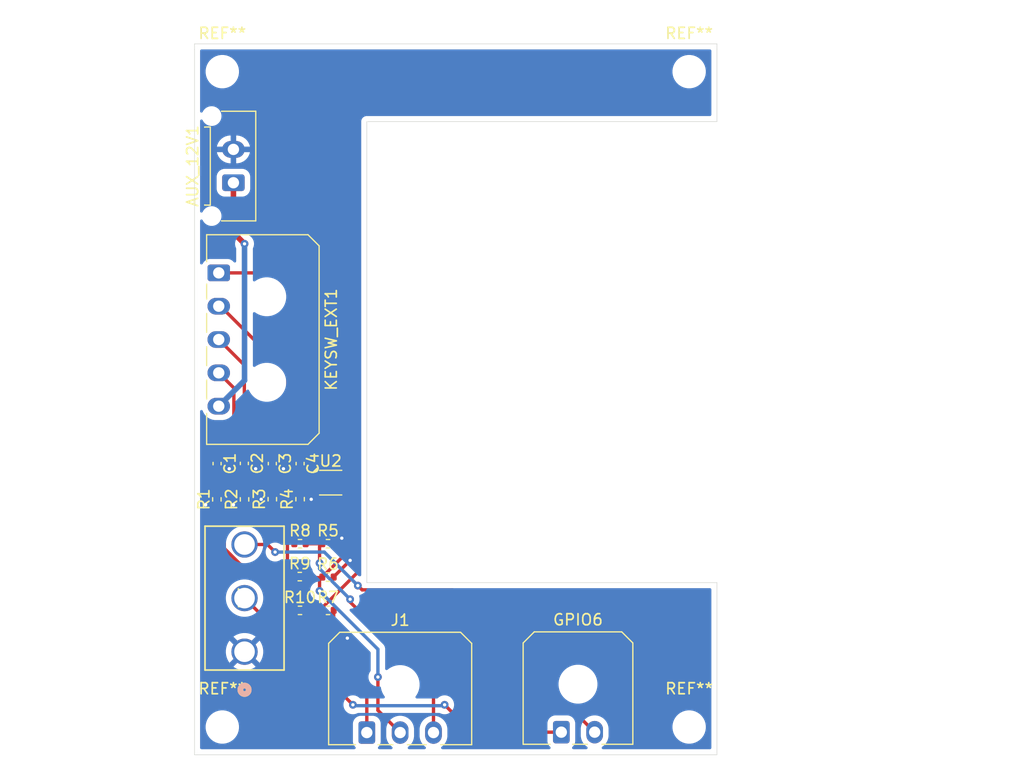
<source format=kicad_pcb>
(kicad_pcb (version 20241229) (generator "pcbnew") (generator_version "9.0")
  (layers (0 "F.Cu" signal) (2 "B.Cu" signal) (13 "F.Paste" user) (15 "B.Paste" user) (5 "F.SilkS" user "F.Silkscreen") (7 "B.SilkS" user "B.Silkscreen") (1 "F.Mask" user) (3 "B.Mask" user) (25 "Edge.Cuts" user))
  (net 0 "")
  (net 1 "GND")
  (net 2 "+12V")
  (net 3 "/KEYSW_CHARGE")
  (net 4 "/KEYSW_MAIN")
  (net 5 "/KEYSW_AUX")
  (net 6 "/KEYSW_OFF")
  (net 7 "/FNR_FWD")
  (net 8 "/FNR_REV")
  (net 9 "Net-(J1-Pin_1)")
  (footprint "Resistor_SMD:R_0402_1005Metric" (layer "F.Cu") (at 44.99 60)
    (property "Reference" "R10" (at 0 -1.17 0) (layer "F.SilkS"))
    (property "Value" "R10")
    (fp_line (start -0.153641 -0.38) (end 0.153641 -0.38) (stroke (width 0.12)) (layer "F.SilkS"))
    (fp_line (start -0.153641 0.38) (end 0.153641 0.38) (stroke (width 0.12)) (layer "F.SilkS"))
    (pad "1" smd roundrect (at -0.51 0) (size 0.54 0.64) (layers "F.Cu" "F.Mask" "F.Paste") (net 3 "/KEYSW_CHARGE"))
    (pad "2" smd roundrect (at 0.51 0) (size 0.54 0.64) (layers "F.Cu" "F.Mask" "F.Paste") (net 9 "Net-(J1-Pin_1)"))
  )
  (footprint "Resistor_SMD:R_0402_1005Metric" (layer "F.Cu") (at 40 50.006709 90)
    (property "Reference" "R2" (at 0 -1.17 90) (layer "F.SilkS"))
    (property "Value" "R2")
    (fp_line (start -0.153641 -0.38) (end 0.153641 -0.38) (stroke (width 0.12)) (layer "F.SilkS"))
    (fp_line (start -0.153641 0.38) (end 0.153641 0.38) (stroke (width 0.12)) (layer "F.SilkS"))
    (pad "1" smd roundrect (at -0.51 0 90) (size 0.54 0.64) (layers "F.Cu" "F.Mask" "F.Paste") (net 1 "GND"))
    (pad "2" smd roundrect (at 0.51 0 90) (size 0.54 0.64) (layers "F.Cu" "F.Mask" "F.Paste") (net 4 "/KEYSW_MAIN"))
  )
  (footprint "MountingHole:MountingHole_2.5mm" (layer "F.Cu") (at 80 70.5)
    (property "Reference" "REF**" (at 0 -3.45 0) (layer "F.SilkS"))
    (property "Value" "H1")
    (pad "" np_thru_hole circle (at 0 0) (size 2.5 2.5) (drill 2.5) (layers "*.Cu" "*.Mask"))
  )
  (footprint "Connector_Molex:Molex_Micro-Fit_3.0_43650-0500_1x05_P3.00mm_Horizontal" (layer "F.Cu") (at 37.68 29.616709 -90)
    (property "Reference" "KEYSW_EXT1" (at 6 -10.12 90) (layer "F.SilkS"))
    (property "Value" "KEYSW_EXT")
    (fp_line (start -3.435 1.09) (end -1.01 1.09) (stroke (width 0.12)) (layer "F.SilkS"))
    (fp_line (start -3.435 1.09) (end -3.435 -8.03) (stroke (width 0.12)) (layer "F.SilkS"))
    (fp_line (start 1.01 1.09) (end 2.348233 1.09) (stroke (width 0.12)) (layer "F.SilkS"))
    (fp_line (start 3.651767 1.09) (end 5.348233 1.09) (stroke (width 0.12)) (layer "F.SilkS"))
    (fp_line (start 6.651767 1.09) (end 8.348233 1.09) (stroke (width 0.12)) (layer "F.SilkS"))
    (fp_line (start 9.651767 1.09) (end 11.348233 1.09) (stroke (width 0.12)) (layer "F.SilkS"))
    (fp_line (start 15.435 1.09) (end 12.651767 1.09) (stroke (width 0.12)) (layer "F.SilkS"))
    (fp_line (start -3.435 -8.03) (end -2.435 -9.03) (stroke (width 0.12)) (layer "F.SilkS"))
    (fp_line (start 15.435 -8.03) (end 15.435 1.09) (stroke (width 0.12)) (layer "F.SilkS"))
    (fp_line (start -2.435 -9.03) (end 14.435 -9.03) (stroke (width 0.12)) (layer "F.SilkS"))
    (fp_line (start 14.435 -9.03) (end 15.435 -8.03) (stroke (width 0.12)) (layer "F.SilkS"))
    (pad "" np_thru_hole circle (at 2.15 -4.32 270) (size 3 3) (drill 3) (layers "*.Cu" "*.Mask"))
    (pad "" np_thru_hole circle (at 9.85 -4.32 270) (size 3 3) (drill 3) (layers "*.Cu" "*.Mask"))
    (pad "1" thru_hole roundrect (at 0 0 270) (size 1.5 2.02) (drill 1.02) (layers "*.Cu" "*.Mask") (roundrect_rratio 0.166667) (net 6 "/KEYSW_OFF"))
    (pad "2" thru_hole oval (at 3 0 270) (size 1.5 2.02) (drill 1.02) (layers "*.Cu" "*.Mask") (net 5 "/KEYSW_AUX"))
    (pad "3" thru_hole oval (at 6 0 270) (size 1.5 2.02) (drill 1.02) (layers "*.Cu" "*.Mask") (net 4 "/KEYSW_MAIN"))
    (pad "4" thru_hole oval (at 9 0 270) (size 1.5 2.02) (drill 1.02) (layers "*.Cu" "*.Mask") (net 3 "/KEYSW_CHARGE"))
    (pad "5" thru_hole oval (at 12 0 270) (size 1.5 2.02) (drill 1.02) (layers "*.Cu" "*.Mask") (net 2 "+12V"))
  )
  (footprint "Capacitor_SMD:C_0402_1005Metric" (layer "F.Cu") (at 39.983291 46.77 -90)
    (property "Reference" "C2" (at 0 -1.16 90) (layer "F.SilkS"))
    (property "Value" "C3" (hide yes))
    (fp_line (start -0.107836 0.36) (end 0.107836 0.36) (stroke (width 0.12)) (layer "F.SilkS"))
    (fp_line (start -0.107836 -0.36) (end 0.107836 -0.36) (stroke (width 0.12)) (layer "F.SilkS"))
    (pad "1" smd roundrect (at -0.48 0 270) (size 0.56 0.62) (layers "F.Cu" "F.Mask" "F.Paste") (net 4 "/KEYSW_MAIN"))
    (pad "2" smd roundrect (at 0.48 0 270) (size 0.56 0.62) (layers "F.Cu" "F.Mask" "F.Paste") (net 1 "GND"))
  )
  (footprint "Connector_Molex:Molex_Micro-Fit_3.0_43650-0200_1x02_P3.00mm_Horizontal" (layer "F.Cu") (at 68.5 70.965)
    (property "Reference" "GPIO6" (at 1.5 -10.12 0) (layer "F.SilkS"))
    (property "Value" "FNR_OUT")
    (fp_line (start -3.435 -8.03) (end -2.435 -9.03) (stroke (width 0.12)) (layer "F.SilkS"))
    (fp_line (start -3.435 1.09) (end -3.435 -8.03) (stroke (width 0.12)) (layer "F.SilkS"))
    (fp_line (start -3.435 1.09) (end -1.01 1.09) (stroke (width 0.12)) (layer "F.SilkS"))
    (fp_line (start -2.435 -9.03) (end 5.435 -9.03) (stroke (width 0.12)) (layer "F.SilkS"))
    (fp_line (start 1.01 1.09) (end 2.348233 1.09) (stroke (width 0.12)) (layer "F.SilkS"))
    (fp_line (start 5.435 -9.03) (end 6.435 -8.03) (stroke (width 0.12)) (layer "F.SilkS"))
    (fp_line (start 6.435 -8.03) (end 6.435 1.09) (stroke (width 0.12)) (layer "F.SilkS"))
    (fp_line (start 6.435 1.09) (end 3.651767 1.09) (stroke (width 0.12)) (layer "F.SilkS"))
    (pad "" np_thru_hole circle (at 1.5 -4.32) (size 3 3) (drill 3) (layers "*.Cu" "*.Mask"))
    (pad "1" thru_hole roundrect (at 0 0) (size 1.5 2.02) (drill 1.02) (layers "*.Cu" "*.Mask") (roundrect_rratio 0.166667) (net 8 "/FNR_REV"))
    (pad "2" thru_hole oval (at 3 0) (size 1.5 2.02) (drill 1.02) (layers "*.Cu" "*.Mask") (net 7 "/FNR_FWD"))
  )
  (footprint "Resistor_SMD:R_0402_1005Metric" (layer "F.Cu") (at 42.5 49.99 90)
    (property "Reference" "R3" (at 0 -1.17 90) (layer "F.SilkS"))
    (property "Value" "R3")
    (fp_line (start -0.153641 -0.38) (end 0.153641 -0.38) (stroke (width 0.12)) (layer "F.SilkS"))
    (fp_line (start -0.153641 0.38) (end 0.153641 0.38) (stroke (width 0.12)) (layer "F.SilkS"))
    (pad "1" smd roundrect (at -0.51 0 90) (size 0.54 0.64) (layers "F.Cu" "F.Mask" "F.Paste") (net 1 "GND"))
    (pad "2" smd roundrect (at 0.51 0 90) (size 0.54 0.64) (layers "F.Cu" "F.Mask" "F.Paste") (net 5 "/KEYSW_AUX"))
  )
  (footprint "MountingHole:MountingHole_2.5mm" (layer "F.Cu") (at 38 70.5)
    (property "Reference" "REF**" (at 0 -3.45 0) (layer "F.SilkS"))
    (property "Value" "H1")
    (pad "" np_thru_hole circle (at 0 0) (size 2.5 2.5) (drill 2.5) (layers "*.Cu" "*.Mask"))
  )
  (footprint "Capacitor_SMD:C_0402_1005Metric" (layer "F.Cu") (at 45 46.786709 -90)
    (property "Reference" "C4" (at 0 -1.16 90) (layer "F.SilkS"))
    (property "Value" "C4")
    (fp_line (start -0.107836 0.36) (end 0.107836 0.36) (stroke (width 0.12)) (layer "F.SilkS"))
    (fp_line (start -0.107836 -0.36) (end 0.107836 -0.36) (stroke (width 0.12)) (layer "F.SilkS"))
    (pad "1" smd roundrect (at -0.48 0 270) (size 0.56 0.62) (layers "F.Cu" "F.Mask" "F.Paste") (net 6 "/KEYSW_OFF"))
    (pad "2" smd roundrect (at 0.48 0 270) (size 0.56 0.62) (layers "F.Cu" "F.Mask" "F.Paste") (net 1 "GND"))
  )
  (footprint "Resistor_SMD:R_0402_1005Metric" (layer "F.Cu") (at 47.51 57)
    (property "Reference" "R6" (at 0 -1.17 0) (layer "F.SilkS"))
    (property "Value" "R6")
    (fp_line (start -0.153641 -0.38) (end 0.153641 -0.38) (stroke (width 0.12)) (layer "F.SilkS"))
    (fp_line (start -0.153641 0.38) (end 0.153641 0.38) (stroke (width 0.12)) (layer "F.SilkS"))
    (pad "1" smd roundrect (at -0.51 0) (size 0.54 0.64) (layers "F.Cu" "F.Mask" "F.Paste") (net 9 "Net-(J1-Pin_1)"))
    (pad "2" smd roundrect (at 0.51 0) (size 0.54 0.64) (layers "F.Cu" "F.Mask" "F.Paste") (net 1 "GND"))
  )
  (footprint "Resistor_SMD:R_0402_1005Metric" (layer "F.Cu") (at 37.51 50.006709 90)
    (property "Reference" "R1" (at 0 -1.17 90) (layer "F.SilkS"))
    (property "Value" "R1" (hide yes))
    (fp_line (start -0.153641 -0.38) (end 0.153641 -0.38) (stroke (width 0.12)) (layer "F.SilkS"))
    (fp_line (start -0.153641 0.38) (end 0.153641 0.38) (stroke (width 0.12)) (layer "F.SilkS"))
    (pad "1" smd roundrect (at -0.51 0 90) (size 0.54 0.64) (layers "F.Cu" "F.Mask" "F.Paste") (net 1 "GND"))
    (pad "2" smd roundrect (at 0.51 0 90) (size 0.54 0.64) (layers "F.Cu" "F.Mask" "F.Paste") (net 3 "/KEYSW_CHARGE"))
  )
  (footprint "ANT13SECQE:ANT13SEC_CRS" (layer "F.Cu") (at 40 63.7211 90)
    (property "Reference" "U3" (at 4.826 0 90) (layer "F.SilkS"))
    (property "Value" "ANT13SECQE")
    (fp_line (start 11.303 -3.556) (end -1.651 -3.556) (stroke (width 0.1524)) (layer "F.SilkS"))
    (fp_line (start -1.651 -3.556) (end -1.651 3.556) (stroke (width 0.1524)) (layer "F.SilkS"))
    (fp_line (start 11.303 3.556) (end 11.303 -3.556) (stroke (width 0.1524)) (layer "F.SilkS"))
    (fp_line (start -1.651 3.556) (end 11.303 3.556) (stroke (width 0.1524)) (layer "F.SilkS"))
    (fp_circle (center -3.429 0) (end -3.048 0) (stroke (width 0.508)) (fill no) (layer "F.SilkS"))
    (fp_circle (center -3.429 0) (end -3.048 0) (stroke (width 0.508)) (fill no) (layer "B.SilkS"))
    (pad "1" thru_hole circle (at 0 0 90) (size 2.3622 2.3622) (drill 1.8542) (layers "*.Cu" "*.Mask") (net 1 "GND"))
    (pad "2" thru_hole circle (at 4.826 0 90) (size 2.3622 2.3622) (drill 1.8542) (layers "*.Cu" "*.Mask") (net 8 "/FNR_REV"))
    (pad "3" thru_hole circle (at 9.652 0 90) (size 2.3622 2.3622) (drill 1.8542) (layers "*.Cu" "*.Mask") (net 7 "/FNR_FWD"))
  )
  (footprint "Resistor_SMD:R_0402_1005Metric" (layer "F.Cu") (at 44.97 56.96)
    (property "Reference" "R9" (at 0 -1.17 0) (layer "F.SilkS"))
    (property "Value" "R9")
    (fp_line (start -0.153641 -0.38) (end 0.153641 -0.38) (stroke (width 0.12)) (layer "F.SilkS"))
    (fp_line (start -0.153641 0.38) (end 0.153641 0.38) (stroke (width 0.12)) (layer "F.SilkS"))
    (pad "1" smd roundrect (at -0.51 0) (size 0.54 0.64) (layers "F.Cu" "F.Mask" "F.Paste") (net 4 "/KEYSW_MAIN"))
    (pad "2" smd roundrect (at 0.51 0) (size 0.54 0.64) (layers "F.Cu" "F.Mask" "F.Paste") (net 9 "Net-(J1-Pin_1)"))
  )
  (footprint "Resistor_SMD:R_0402_1005Metric" (layer "F.Cu") (at 44.99 54)
    (property "Reference" "R8" (at 0 -1.17 0) (layer "F.SilkS"))
    (property "Value" "R8")
    (fp_line (start -0.153641 -0.38) (end 0.153641 -0.38) (stroke (width 0.12)) (layer "F.SilkS"))
    (fp_line (start -0.153641 0.38) (end 0.153641 0.38) (stroke (width 0.12)) (layer "F.SilkS"))
    (pad "1" smd roundrect (at -0.51 0) (size 0.54 0.64) (layers "F.Cu" "F.Mask" "F.Paste") (net 5 "/KEYSW_AUX"))
    (pad "2" smd roundrect (at 0.51 0) (size 0.54 0.64) (layers "F.Cu" "F.Mask" "F.Paste") (net 9 "Net-(J1-Pin_1)"))
  )
  (footprint "Connector_Molex:Molex_Micro-Fit_3.0_43650-0215_1x02_P3.00mm_Vertical" (layer "F.Cu") (at 39 21.5 90)
    (property "Reference" "AUX_12V1" (at 1.5 -3.67 90) (layer "F.SilkS"))
    (property "Value" "12V_Conn")
    (fp_line (start 5.015 -2.58) (end 4.995 -2.58) (stroke (width 0.12)) (layer "F.SilkS"))
    (fp_line (start -1.995 -2.58) (end -2.015 -2.58) (stroke (width 0.12)) (layer "F.SilkS"))
    (fp_line (start -2.015 -2.58) (end -2.015 -2.08) (stroke (width 0.12)) (layer "F.SilkS"))
    (fp_line (start 5.015 -2.08) (end 5.015 -2.58) (stroke (width 0.12)) (layer "F.SilkS"))
    (fp_line (start -2.015 -2.08) (end 5.015 -2.08) (stroke (width 0.12)) (layer "F.SilkS"))
    (fp_line (start -3.435 -1.065) (end -3.435 2.01) (stroke (width 0.12)) (layer "F.SilkS"))
    (fp_line (start 6.435 2.01) (end 6.435 -1.065) (stroke (width 0.12)) (layer "F.SilkS"))
    (fp_line (start -3.435 2.01) (end 6.435 2.01) (stroke (width 0.12)) (layer "F.SilkS"))
    (pad "" np_thru_hole circle (at -3 -1.96 90) (size 1.27 1.27) (drill 1.27) (layers "*.Cu" "*.Mask"))
    (pad "" np_thru_hole circle (at 6 -1.96 90) (size 1.27 1.27) (drill 1.27) (layers "*.Cu" "*.Mask"))
    (pad "1" thru_hole roundrect (at 0 0 90) (size 1.5 2.02) (drill 1.02) (layers "*.Cu" "*.Mask") (roundrect_rratio 0.166667) (net 2 "+12V"))
    (pad "2" thru_hole oval (at 3 0 90) (size 1.5 2.02) (drill 1.02) (layers "*.Cu" "*.Mask") (net 1 "GND"))
  )
  (footprint "MountingHole:MountingHole_2.5mm" (layer "F.Cu") (at 80 11.5)
    (property "Reference" "REF**" (at 0 -3.45 0) (layer "F.SilkS"))
    (property "Value" "H1")
    (pad "" np_thru_hole circle (at 0 0) (size 2.5 2.5) (drill 2.5) (layers "*.Cu" "*.Mask"))
  )
  (footprint "MountingHole:MountingHole_2.5mm" (layer "F.Cu") (at 38 11.5)
    (property "Reference" "REF**" (at 0 -3.45 0) (layer "F.SilkS"))
    (property "Value" "H1")
    (pad "" np_thru_hole circle (at 0 0) (size 2.5 2.5) (drill 2.5) (layers "*.Cu" "*.Mask"))
  )
  (footprint "Capacitor_SMD:C_0402_1005Metric" (layer "F.Cu") (at 42.5 46.786709 -90)
    (property "Reference" "C3" (at 0 -1.16 90) (layer "F.SilkS"))
    (property "Value" "C3")
    (fp_line (start -0.107836 0.36) (end 0.107836 0.36) (stroke (width 0.12)) (layer "F.SilkS"))
    (fp_line (start -0.107836 -0.36) (end 0.107836 -0.36) (stroke (width 0.12)) (layer "F.SilkS"))
    (pad "1" smd roundrect (at -0.48 0 270) (size 0.56 0.62) (layers "F.Cu" "F.Mask" "F.Paste") (net 5 "/KEYSW_AUX"))
    (pad "2" smd roundrect (at 0.48 0 270) (size 0.56 0.62) (layers "F.Cu" "F.Mask" "F.Paste") (net 1 "GND"))
  )
  (footprint "Resistor_SMD:R_0402_1005Metric" (layer "F.Cu") (at 47.51 54)
    (property "Reference" "R5" (at 0 -1.17 0) (layer "F.SilkS"))
    (property "Value" "R5")
    (fp_line (start -0.153641 -0.38) (end 0.153641 -0.38) (stroke (width 0.12)) (layer "F.SilkS"))
    (fp_line (start -0.153641 0.38) (end 0.153641 0.38) (stroke (width 0.12)) (layer "F.SilkS"))
    (pad "1" smd roundrect (at -0.51 0) (size 0.54 0.64) (layers "F.Cu" "F.Mask" "F.Paste") (net 9 "Net-(J1-Pin_1)"))
    (pad "2" smd roundrect (at 0.51 0) (size 0.54 0.64) (layers "F.Cu" "F.Mask" "F.Paste") (net 1 "GND"))
  )
  (footprint "Resistor_SMD:R_0402_1005Metric" (layer "F.Cu") (at 45 49.99 90)
    (property "Reference" "R4" (at 0 -1.17 90) (layer "F.SilkS"))
    (property "Value" "R4")
    (fp_line (start -0.153641 -0.38) (end 0.153641 -0.38) (stroke (width 0.12)) (layer "F.SilkS"))
    (fp_line (start -0.153641 0.38) (end 0.153641 0.38) (stroke (width 0.12)) (layer "F.SilkS"))
    (pad "1" smd roundrect (at -0.51 0 90) (size 0.54 0.64) (layers "F.Cu" "F.Mask" "F.Paste") (net 1 "GND"))
    (pad "2" smd roundrect (at 0.51 0 90) (size 0.54 0.64) (layers "F.Cu" "F.Mask" "F.Paste") (net 6 "/KEYSW_OFF"))
  )
  (footprint "Package_SON:WSON-6-1EP_2x2mm_P0.65mm_EP1x1.6mm" (layer "F.Cu") (at 47.75 48.5)
    (property "Reference" "U2" (at 0 -1.95 0) (layer "F.SilkS"))
    (property "Value" "D1")
    (fp_line (start -1 -1.11) (end 1 -1.11) (stroke (width 0.12)) (layer "F.SilkS"))
    (fp_line (start -1 1.11) (end 1 1.11) (stroke (width 0.12)) (layer "F.SilkS"))
    (fp_poly (pts (xy -1.24 -1.01) (xy -1.52 -1.01) (xy -1.24 -1.29)) (stroke (width 0.12)) (fill yes) (layer "F.SilkS"))
    (pad "1" smd roundrect (at -0.8875 -0.65) (size 0.375 0.4) (layers "F.Cu" "F.Mask" "F.Paste") (net 1 "GND"))
    (pad "2" smd roundrect (at -0.8875 0) (size 0.375 0.4) (layers "F.Cu" "F.Mask" "F.Paste") (net 1 "GND"))
    (pad "3" smd roundrect (at -0.8875 0.65) (size 0.375 0.4) (layers "F.Cu" "F.Mask" "F.Paste") (net 1 "GND"))
    (pad "4" smd roundrect (at 0.8875 0.65) (size 0.375 0.4) (layers "F.Cu" "F.Mask" "F.Paste") (net 9 "Net-(J1-Pin_1)"))
    (pad "5" smd roundrect (at 0.8875 0) (size 0.375 0.4) (layers "F.Cu" "F.Mask" "F.Paste") (net 9 "Net-(J1-Pin_1)"))
    (pad "6" smd roundrect (at 0.8875 -0.65) (size 0.375 0.4) (layers "F.Cu" "F.Mask" "F.Paste") (net 9 "Net-(J1-Pin_1)"))
    (pad "7" smd rect (at 0 0) (size 1 1.6) (property pad_prop_heatsink) (layers "F.Cu" "F.Mask") (net 1 "GND"))
  )
  (footprint "Connector_Molex:Molex_Micro-Fit_3.0_43650-0300_1x03_P3.00mm_Horizontal" (layer "F.Cu") (at 51 71)
    (property "Reference" "J1" (at 3 -10.12 0) (layer "F.SilkS"))
    (property "Value" "KEYSW_OUT")
    (fp_line (start -3.435 -8.03) (end -2.435 -9.03) (stroke (width 0.12)) (layer "F.SilkS"))
    (fp_line (start -3.435 1.09) (end -3.435 -8.03) (stroke (width 0.12)) (layer "F.SilkS"))
    (fp_line (start -3.435 1.09) (end -1.01 1.09) (stroke (width 0.12)) (layer "F.SilkS"))
    (fp_line (start -2.435 -9.03) (end 8.435 -9.03) (stroke (width 0.12)) (layer "F.SilkS"))
    (fp_line (start 1.01 1.09) (end 2.348233 1.09) (stroke (width 0.12)) (layer "F.SilkS"))
    (fp_line (start 3.651767 1.09) (end 5.348233 1.09) (stroke (width 0.12)) (layer "F.SilkS"))
    (fp_line (start 8.435 -9.03) (end 9.435 -8.03) (stroke (width 0.12)) (layer "F.SilkS"))
    (fp_line (start 9.435 -8.03) (end 9.435 1.09) (stroke (width 0.12)) (layer "F.SilkS"))
    (fp_line (start 9.435 1.09) (end 6.651767 1.09) (stroke (width 0.12)) (layer "F.SilkS"))
    (pad "" np_thru_hole circle (at 3 -4.32) (size 3 3) (drill 3) (layers "*.Cu" "*.Mask"))
    (pad "1" thru_hole roundrect (at 0 0) (size 1.5 2.02) (drill 1.02) (layers "*.Cu" "*.Mask") (roundrect_rratio 0.166667) (net 9 "Net-(J1-Pin_1)"))
    (pad "2" thru_hole oval (at 3 0) (size 1.5 2.02) (drill 1.02) (layers "*.Cu" "*.Mask") (net 9 "Net-(J1-Pin_1)"))
    (pad "3" thru_hole oval (at 6 0) (size 1.5 2.02) (drill 1.02) (layers "*.Cu" "*.Mask") (net 9 "Net-(J1-Pin_1)"))
  )
  (footprint "Capacitor_SMD:C_0402_1005Metric" (layer "F.Cu") (at 37.53 46.786709 -90)
    (property "Reference" "C1" (at 0 -1.16 90) (layer "F.SilkS"))
    (property "Value" "C1")
    (fp_line (start -0.107836 0.36) (end 0.107836 0.36) (stroke (width 0.12)) (layer "F.SilkS"))
    (fp_line (start -0.107836 -0.36) (end 0.107836 -0.36) (stroke (width 0.12)) (layer "F.SilkS"))
    (pad "1" smd roundrect (at -0.48 0 270) (size 0.56 0.62) (layers "F.Cu" "F.Mask" "F.Paste") (net 3 "/KEYSW_CHARGE"))
    (pad "2" smd roundrect (at 0.48 0 270) (size 0.56 0.62) (layers "F.Cu" "F.Mask" "F.Paste") (net 1 "GND"))
  )
  (footprint "Resistor_SMD:R_0402_1005Metric" (layer "F.Cu") (at 47.51 60)
    (property "Reference" "R7" (at 0 -1.17 0) (layer "F.SilkS"))
    (property "Value" "R7")
    (fp_line (start -0.153641 -0.38) (end 0.153641 -0.38) (stroke (width 0.12)) (layer "F.SilkS"))
    (fp_line (start -0.153641 0.38) (end 0.153641 0.38) (stroke (width 0.12)) (layer "F.SilkS"))
    (pad "1" smd roundrect (at -0.51 0) (size 0.54 0.64) (layers "F.Cu" "F.Mask" "F.Paste") (net 9 "Net-(J1-Pin_1)"))
    (pad "2" smd roundrect (at 0.51 0) (size 0.54 0.64) (layers "F.Cu" "F.Mask" "F.Paste") (net 1 "GND"))
  )
  (gr_line (start 82.5 9.5) (end 82.5 9) (stroke (width 0.05)) (layer "Edge.Cuts"))
  (gr_line (start 82.5 57.5) (end 82.5 73) (stroke (width 0.05)) (layer "Edge.Cuts"))
  (gr_line (start 35.5 73) (end 82.5 73) (stroke (width 0.05)) (layer "Edge.Cuts"))
  (gr_line (start 35.5 73) (end 35.5 9.5) (stroke (width 0.05)) (layer "Edge.Cuts"))
  (gr_line (start 51 16) (end 51 57.5) (stroke (width 0.05)) (layer "Edge.Cuts"))
  (gr_line (start 82.5 16) (end 82.5 9.5) (stroke (width 0.05)) (layer "Edge.Cuts"))
  (gr_line (start 35.5 9.5) (end 35.5 9) (stroke (width 0.05)) (layer "Edge.Cuts"))
  (gr_line (start 82.5 16) (end 51 16) (stroke (width 0.05)) (layer "Edge.Cuts"))
  (gr_line (start 35.5 9) (end 82.5 9) (stroke (width 0.05)) (layer "Edge.Cuts"))
  (gr_line (start 51 57.5) (end 82.5 57.5) (stroke (width 0.05)) (layer "Edge.Cuts"))
  (segment (start 46 49) (end 46 49.5) (width 0.3) (layer "F.Cu") (net 1))
  (segment (start 48.02 56.98) (end 49.5 55.5) (width 0.3) (layer "F.Cu") (net 1))
  (segment (start 42 50.5) (end 41.5 50) (width 0.3) (layer "F.Cu") (net 1))
  (segment (start 43.5 47.25) (end 42.516709 47.25) (width 0.3) (layer "F.Cu") (net 1))
  (segment (start 46 48.266709) (end 46 49) (width 0.3) (layer "F.Cu") (net 1))
  (segment (start 46.5 48.5) (end 46 49) (width 0.3) (layer "F.Cu") (net 1))
  (segment (start 45.5 50.5) (end 46 50) (width 0.3) (layer "F.Cu") (net 1))
  (segment (start 42.5 50.5) (end 42 50.5) (width 0.3) (layer "F.Cu") (net 1))
  (segment (start 37.546709 47.25) (end 37.53 47.266709) (width 0.3) (layer "F.Cu") (net 1))
  (segment (start 48.25 54) (end 48.75 53.5) (width 0.3) (layer "F.Cu") (net 1))
  (segment (start 36.516709 50.516709) (end 36.5 50.5) (width 0.3) (layer "F.Cu") (net 1))
  (segment (start 39.016709 50.516709) (end 39 50.5) (width 0.2) (layer "F.Cu") (net 1))
  (segment (start 37.51 50.516709) (end 36.516709 50.516709) (width 0.3) (layer "F.Cu") (net 1))
  (segment (start 46.8625 48.5) (end 47.75 48.5) (width 0.3) (layer "F.Cu") (net 1))
  (segment (start 39.983291 47.25) (end 40.25 47.25) (width 0.2) (layer "F.Cu") (net 1))
  (segment (start 45 50.5) (end 45.5 50.5) (width 0.3) (layer "F.Cu") (net 1))
  (segment (start 46.8625 49.15) (end 46.35 49.15) (width 0.3) (layer "F.Cu") (net 1))
  (segment (start 40 50.516709) (end 39.016709 50.516709) (width 0.2) (layer "F.Cu") (net 1))
  (segment (start 41 47.25) (end 39.983291 47.25) (width 0.2) (layer "F.Cu") (net 1))
  (segment (start 46.35 49.15) (end 46 49.5) (width 0.3) (layer "F.Cu") (net 1))
  (segment (start 40 50.516709) (end 39.733291 50.516709) (width 0.2) (layer "F.Cu") (net 1))
  (segment (start 46.8625 47.85) (end 46.416709 47.85) (width 0.3) (layer "F.Cu") (net 1))
  (segment (start 48.02 61.27) (end 49.25 62.5) (width 0.3) (layer "F.Cu") (net 1))
  (segment (start 42.516709 47.25) (end 42.5 47.266709) (width 0.3) (layer "F.Cu") (net 1))
  (segment (start 46.8625 48.5) (end 46.5 48.5) (width 0.3) (layer "F.Cu") (net 1))
  (segment (start 46.416709 47.85) (end 46 48.266709) (width 0.3) (layer "F.Cu") (net 1))
  (segment (start 48.02 57) (end 48.02 56.98) (width 0.3) (layer "F.Cu") (net 1))
  (segment (start 38.622291 47.25) (end 37.546709 47.25) (width 0.3) (layer "F.Cu") (net 1))
  (segment (start 45 47.266709) (end 46 48.266709) (width 0.3) (layer "F.Cu") (net 1))
  (segment (start 48.02 54) (end 48.25 54) (width 0.3) (layer "F.Cu") (net 1))
  (segment (start 48.02 60) (end 48.02 61.27) (width 0.3) (layer "F.Cu") (net 1))
  (segment (start 46 49.5) (end 46 50) (width 0.3) (layer "F.Cu") (net 1))
  (via (at 41 47.25) (size 0.7) (drill 0.3) (layers "F.Cu" "B.Cu") (net 1))
  (via (at 41.5 50) (size 0.7) (drill 0.3) (layers "F.Cu" "B.Cu") (net 1))
  (via (at 38.622291 47.25) (size 0.7) (drill 0.3) (layers "F.Cu" "B.Cu") (net 1))
  (via (at 48.75 53.5) (size 0.7) (drill 0.3) (layers "F.Cu" "B.Cu") (net 1))
  (via (at 43.5 47.25) (size 0.7) (drill 0.3) (layers "F.Cu" "B.Cu") (net 1))
  (via (at 39 50.5) (size 0.7) (drill 0.3) (layers "F.Cu" "B.Cu") (net 1))
  (via (at 46 50) (size 0.7) (drill 0.3) (layers "F.Cu" "B.Cu") (net 1))
  (via (at 36.5 50.5) (size 0.7) (drill 0.3) (layers "F.Cu" "B.Cu") (net 1))
  (via (at 49.5 55.5) (size 0.7) (drill 0.3) (layers "F.Cu" "B.Cu") (net 1))
  (via (at 49.25 62.5) (size 0.7) (drill 0.3) (layers "F.Cu" "B.Cu") (net 1))
  (segment (start 39 26) (end 40 27) (width 0.5) (layer "F.Cu") (net 2))
  (segment (start 39 21.5) (end 39 26) (width 0.5) (layer "F.Cu") (net 2))
  (via (at 40 27) (size 0.7) (drill 0.3) (layers "F.Cu" "B.Cu") (net 2))
  (segment (start 40 39.296709) (end 37.68 41.616709) (width 0.5) (layer "B.Cu") (net 2))
  (segment (start 40 27) (end 40 39.296709) (width 0.5) (layer "B.Cu") (net 2))
  (segment (start 38.181 54.416817) (end 38.181 50.167709) (width 0.3) (layer "F.Cu") (net 3))
  (segment (start 37.53 46.306709) (end 37.48174 46.306709) (width 0.3) (layer "F.Cu") (net 3))
  (segment (start 44.48 60) (end 43.764183 60) (width 0.3) (layer "F.Cu") (net 3))
  (segment (start 39.041 44.795709) (end 37.53 46.306709) (width 0.3) (layer "F.Cu") (net 3))
  (segment (start 38.181 50.167709) (end 37.51 49.496709) (width 0.3) (layer "F.Cu") (net 3))
  (segment (start 36.869 48.855709) (end 37.51 49.496709) (width 0.3) (layer "F.Cu") (net 3))
  (segment (start 37.68 38.616709) (end 39.041 39.977709) (width 0.3) (layer "F.Cu") (net 3))
  (segment (start 39.041 39.977709) (end 39.041 44.795709) (width 0.3) (layer "F.Cu") (net 3))
  (segment (start 36.869 46.919449) (end 36.869 48.855709) (width 0.3) (layer "F.Cu") (net 3))
  (segment (start 37.48174 46.306709) (end 36.869 46.919449) (width 0.3) (layer "F.Cu") (net 3))
  (segment (start 43.764183 60) (end 38.181 54.416817) (width 0.3) (layer "F.Cu") (net 3))
  (segment (start 37.68 35.616709) (end 39.983291 37.92) (width 0.3) (layer "F.Cu") (net 4))
  (segment (start 43.859 56.359) (end 43.859 53.355709) (width 0.3) (layer "F.Cu") (net 4))
  (segment (start 39.983291 46) (end 39.322291 46.661) (width 0.3) (layer "F.Cu") (net 4))
  (segment (start 42.376646 51.873354) (end 40 49.496709) (width 0.3) (layer "F.Cu") (net 4))
  (segment (start 39.322291 48.819) (end 40 49.496709) (width 0.3) (layer "F.Cu") (net 4))
  (segment (start 39.983291 46) (end 39.983291 46.29) (width 0.3) (layer "F.Cu") (net 4))
  (segment (start 44.46 56.96) (end 43.859 56.359) (width 0.3) (layer "F.Cu") (net 4))
  (segment (start 39.322291 46.661) (end 39.322291 48.819) (width 0.3) (layer "F.Cu") (net 4))
  (segment (start 43.859 53.355709) (end 42.376646 51.873354) (width 0.3) (layer "F.Cu") (net 4))
  (segment (start 39.983291 37.92) (end 39.983291 46) (width 0.3) (layer "F.Cu") (net 4))
  (segment (start 37.83842 32.616709) (end 43.901 38.679289) (width 0.3) (layer "F.Cu") (net 5))
  (segment (start 37.68 32.616709) (end 37.83842 32.616709) (width 0.3) (layer "F.Cu") (net 5))
  (segment (start 43.901 44.905709) (end 42.5 46.306709) (width 0.3) (layer "F.Cu") (net 5))
  (segment (start 44.48 54) (end 44.48 51.46) (width 0.3) (layer "F.Cu") (net 5))
  (segment (start 41.839 46.919449) (end 41.839 48.819) (width 0.3) (layer "F.Cu") (net 5))
  (segment (start 42.5 46.306709) (end 42.45174 46.306709) (width 0.3) (layer "F.Cu") (net 5))
  (segment (start 42.45174 46.306709) (end 41.839 46.919449) (width 0.3) (layer "F.Cu") (net 5))
  (segment (start 44.48 51.46) (end 42.5 49.48) (width 0.3) (layer "F.Cu") (net 5))
  (segment (start 43.901 38.679289) (end 43.901 44.905709) (width 0.3) (layer "F.Cu") (net 5))
  (segment (start 41.839 48.819) (end 42.5 49.48) (width 0.3) (layer "F.Cu") (net 5))
  (segment (start 42.53842 29.616709) (end 45 32.078289) (width 0.3) (layer "F.Cu") (net 6))
  (segment (start 44.339 48.819) (end 45 49.48) (width 0.3) (layer "F.Cu") (net 6))
  (segment (start 37.68 29.616709) (end 42.53842 29.616709) (width 0.3) (layer "F.Cu") (net 6))
  (segment (start 45 46.306709) (end 44.95174 46.306709) (width 0.3) (layer "F.Cu") (net 6))
  (segment (start 44.95174 46.306709) (end 44.339 46.919449) (width 0.3) (layer "F.Cu") (net 6))
  (segment (start 44.339 46.919449) (end 44.339 48.819) (width 0.3) (layer "F.Cu") (net 6))
  (segment (start 45 32.078289) (end 45 46.306709) (width 0.3) (layer "F.Cu") (net 6))
  (segment (start 42.75 54.75) (end 42.0691 54.0691) (width 0.3) (layer "F.Cu") (net 7))
  (segment (start 42.0691 54.0691) (end 40 54.0691) (width 0.3) (layer "F.Cu") (net 7))
  (segment (start 50.575825 58.151) (end 50.193619 57.768794) (width 0.3) (layer "F.Cu") (net 7))
  (segment (start 71.5 70.965) (end 58.686 58.151) (width 0.3) (layer "F.Cu") (net 7))
  (segment (start 58.686 58.151) (end 50.575825 58.151) (width 0.3) (layer "F.Cu") (net 7))
  (via (at 50.193619 57.768794) (size 0.7) (drill 0.3) (layers "F.Cu" "B.Cu") (net 7))
  (via (at 42.75 54.75) (size 0.7) (drill 0.3) (layers "F.Cu" "B.Cu") (net 7))
  (segment (start 47.174825 54.75) (end 42.75 54.75) (width 0.3) (layer "B.Cu") (net 7))
  (segment (start 50.193619 57.768794) (end 47.174825 54.75) (width 0.3) (layer "B.Cu") (net 7))
  (segment (start 49.75 68.5) (end 49 67.75) (width 0.3) (layer "F.Cu") (net 8))
  (segment (start 49 67.75) (end 48.8549 67.75) (width 0.3) (layer "F.Cu") (net 8))
  (segment (start 60.465 70.965) (end 58 68.5) (width 0.3) (layer "F.Cu") (net 8))
  (segment (start 68.5 70.965) (end 60.465 70.965) (width 0.3) (layer "F.Cu") (net 8))
  (segment (start 48.8549 67.75) (end 40 58.8951) (width 0.3) (layer "F.Cu") (net 8))
  (via (at 58 68.5) (size 0.7) (drill 0.3) (layers "F.Cu" "B.Cu") (net 8))
  (via (at 49.75 68.5) (size 0.7) (drill 0.3) (layers "F.Cu" "B.Cu") (net 8))
  (segment (start 58 68.5) (end 57.919 68.581) (width 0.3) (layer "B.Cu") (net 8))
  (segment (start 57.919 68.581) (end 49.831 68.581) (width 0.3) (layer "B.Cu") (net 8))
  (segment (start 49.831 68.581) (end 49.75 68.5) (width 0.3) (layer "B.Cu") (net 8))
  (segment (start 49.5 48.75) (end 49.25 48.5) (width 0.3) (layer "F.Cu") (net 9))
  (segment (start 49.25 48.5) (end 48.6375 48.5) (width 0.3) (layer "F.Cu") (net 9))
  (segment (start 47 54) (end 48.6375 52.3625) (width 0.3) (layer "F.Cu") (net 9))
  (segment (start 48.6375 47.85) (end 49.6 47.85) (width 0.3) (layer "F.Cu") (net 9))
  (segment (start 52 69) (end 52 66) (width 0.3) (layer "F.Cu") (net 9))
  (segment (start 45.5 54) (end 47 54) (width 0.3) (layer "F.Cu") (net 9))
  (segment (start 57 71) (end 57 64.96895) (width 0.3) (layer "F.Cu") (net 9))
  (segment (start 46.75 57.25) (end 47 57) (width 0.3) (layer "F.Cu") (net 9))
  (segment (start 51 67) (end 47 63) (width 0.3) (layer "F.Cu") (net 9))
  (segment (start 49.5 54.5) (end 49.5 48.75) (width 0.3) (layer "F.Cu") (net 9))
  (segment (start 45.52 57) (end 45.48 56.96) (width 0.2) (layer "F.Cu") (net 9))
  (segment (start 54.78105 62.75) (end 53 62.75) (width 0.3) (layer "F.Cu") (net 9))
  (segment (start 53 62.75) (end 49.5 59.25) (width 0.3) (layer "F.Cu") (net 9))
  (segment (start 49.6 47.85) (end 50.25 48.5) (width 0.3) (layer "F.Cu") (net 9))
  (segment (start 51 71) (end 51 67) (width 0.3) (layer "F.Cu") (net 9))
  (segment (start 46.75 54.25) (end 47 54) (width 0.3) (layer "F.Cu") (net 9))
  (segment (start 47 59.75) (end 47 60) (width 0.3) (layer "F.Cu") (net 9))
  (segment (start 47 63) (end 47 60) (width 0.3) (layer "F.Cu") (net 9))
  (segment (start 47 60) (end 45.5 60) (width 0.3) (layer "F.Cu") (net 9))
  (segment (start 47 54) (end 46.899 53.899) (width 0.2) (layer "F.Cu") (net 9))
  (segment (start 47 57) (end 45.52 57) (width 0.2) (layer "F.Cu") (net 9))
  (segment (start 46.96 56.96) (end 47 57) (width 0.2) (layer "F.Cu") (net 9))
  (segment (start 47 57) (end 49.5 54.5) (width 0.3) (layer "F.Cu") (net 9))
  (segment (start 57 64.96895) (end 54.78105 62.75) (width 0.3) (layer "F.Cu") (net 9))
  (segment (start 50.25 56.5) (end 47 59.75) (width 0.3) (layer "F.Cu") (net 9))
  (segment (start 49.5 59.25) (end 49.5 59) (width 0.3) (layer "F.Cu") (net 9))
  (segment (start 46.75 58.25) (end 46.75 57.25) (width 0.3) (layer "F.Cu") (net 9))
  (segment (start 54 71) (end 52 69) (width 0.3) (layer "F.Cu") (net 9))
  (segment (start 50.25 48.5) (end 50.25 56.5) (width 0.3) (layer "F.Cu") (net 9))
  (segment (start 48.6375 52.3625) (end 48.6375 49.15) (width 0.3) (layer "F.Cu") (net 9))
  (segment (start 46.75 55.75) (end 46.75 54.25) (width 0.3) (layer "F.Cu") (net 9))
  (via (at 46.75 55.75) (size 0.7) (drill 0.3) (layers "F.Cu" "B.Cu") (net 9))
  (via (at 46.75 58.25) (size 0.7) (drill 0.3) (layers "F.Cu" "B.Cu") (net 9))
  (via (at 49.5 59) (size 0.7) (drill 0.3) (layers "F.Cu" "B.Cu") (net 9))
  (via (at 52 66) (size 0.7) (drill 0.3) (layers "F.Cu" "B.Cu") (net 9))
  (segment (start 49.5 59) (end 46.75 56.25) (width 0.3) (layer "B.Cu") (net 9))
  (segment (start 52 63.5) (end 46.75 58.25) (width 0.3) (layer "B.Cu") (net 9))
  (segment (start 52 66) (end 52 63.5) (width 0.3) (layer "B.Cu") (net 9))
  (segment (start 46.75 56.25) (end 46.75 55.75) (width 0.3) (layer "B.Cu") (net 9))
  (zone (net 1) (net_name "GND") (layer "B.Cu") (connect_pads (clearance 0.5)) (min_thickness 0.25) (fill yes (thermal_gap 0.5) (thermal_bridge_width 0.5))
    (polygon (pts (xy 35.5 9.5) (xy 35.5 73) (xy 82.5 73) (xy 82.5 57.5) (xy 51 57.5) (xy 51 16) (xy 82.5 16) (xy 82.5 9.5)))
  )
)
</source>
